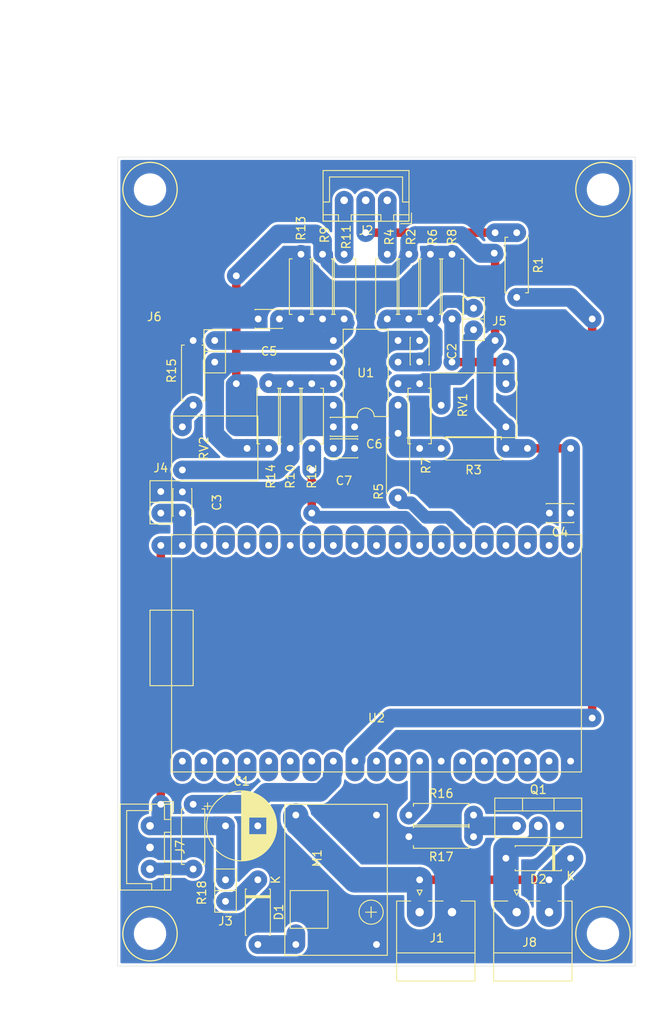
<source format=kicad_pcb>
(kicad_pcb (version 20171130) (host pcbnew "(5.1.6)-1")
  (layers (0 F.Cu signal) (31 B.Cu signal) (34 B.Paste user) (35 F.Paste user) (36 B.SilkS user) (37 F.SilkS user) (38 B.Mask user) (39 F.Mask user) (44 Edge.Cuts user))
  (net 0 "")
  (net 1 +5V)
  (net 2 GND)
  (net 3 +3V3)
  (net 4 "Net-(D1-Pad2)")
  (net 5 "Net-(D1-Pad1)")
  (net 6 PUMP+)
  (net 7 PUMP-)
  (net 8 DRIVE_ROD)
  (net 9 WS2812B)
  (net 10 "Net-(Q1-Pad1)")
  (net 11 S_DRIVE)
  (net 12 "Net-(R3-Pad2)")
  (net 13 "Net-(R8-Pad1)")
  (net 14 "Net-(R10-Pad2)")
  (net 15 "Net-(R15-Pad1)")
  (net 16 PUMP)
  (net 17 "Net-(U2-Pad2)")
  (net 18 "Net-(U2-Pad3)")
  (net 19 "Net-(U2-Pad4)")
  (net 20 "Net-(U2-Pad5)")
  (net 21 "Net-(U2-Pad7)")
  (net 22 "Net-(U2-Pad8)")
  (net 23 "Net-(U2-Pad13)")
  (net 24 "Net-(U2-Pad16)")
  (net 25 "Net-(U2-Pad17)")
  (net 26 "Net-(U2-Pad18)")
  (net 27 "Net-(U2-Pad21)")
  (net 28 "Net-(U2-Pad22)")
  (net 29 "Net-(U2-Pad23)")
  (net 30 "Net-(U2-Pad24)")
  (net 31 "Net-(U2-Pad25)")
  (net 32 "Net-(U2-Pad28)")
  (net 33 "Net-(U2-Pad29)")
  (net 34 "Net-(U2-Pad32)")
  (net 35 "Net-(U2-Pad33)")
  (net 36 "Net-(U2-Pad34)")
  (net 37 "Net-(U2-Pad36)")
  (net 38 "Net-(U2-Pad37)")
  (net 39 "Net-(U2-Pad38)")
  (net 40 "Net-(U2-Pad35)")
  (net 41 "Net-(U2-Pad11)")
  (net 42 "Net-(U2-Pad10)")
  (net 43 "Net-(U2-Pad15)")
  (net 44 "Net-(U2-Pad9)")
  (net 45 "Net-(J7-Pad3)")
  (net 46 INPUT_LOW)
  (net 47 INPUT_HIGH)
  (net 48 ROD_HIGH)
  (net 49 ROD_LOW)
  (net 50 THRESH_LOW)
  (net 51 THRESH_HIGH)
  (net 52 SENSOR_LOW)
  (net 53 SENSOR_HIGH)
  (module 0_my_footprints:myPinSocket_1x02 (layer F.Cu) (at 68.58 41.91 180)
    (fp_text reference J5 (at -3.048 1.016) (layer F.SilkS))
    (fp_text value TEST_LOW)
    (pad 2 thru_hole circle (at 0 2.54 180) (size 2.2 2.2) (drill 0.8) (layers *.Cu *.Mask) (net 46 INPUT_LOW))
    (pad 1 thru_hole circle (at 0 0 180) (size 2.2 2.2) (drill 0.8) (layers *.Cu *.Mask) (net 50 THRESH_LOW))
  )
  (module 0_my_footprints:myPinSocket_1x02 (layer F.Cu) (at 38.1 45.72 180)
    (fp_text reference J6 (at 7.112 5.334) (layer F.SilkS))
    (fp_text value TEST_HIGH)
    (pad 2 thru_hole circle (at 0 2.54 180) (size 2.2 2.2) (drill 0.8) (layers *.Cu *.Mask) (net 47 INPUT_HIGH))
    (pad 1 thru_hole circle (at 0 0 180) (size 2.2 2.2) (drill 0.8) (layers *.Cu *.Mask) (net 51 THRESH_HIGH))
  )
  (module 0_my_footprints:myPinSocket_1x02 (layer F.Cu) (at 31.75 60.96)
    (fp_text reference J4 (at 0 -2.77) (layer F.SilkS))
    (fp_text value "5V Test")
    (pad 2 thru_hole circle (at 0 2.54) (size 2.2 2.2) (drill 0.8) (layers *.Cu *.Mask) (net 1 +5V))
    (pad 1 thru_hole circle (at 0 0) (size 2.2 2.2) (drill 0.8) (layers *.Cu *.Mask) (net 2 GND))
  )
  (module 0_my_footprints:myMountingHole_3.2mm_M3 (layer F.Cu) (at 83.82 25.4 90)
    (fp_text reference REF**)
    (fp_text value myMountingHole_3.2mm_M3)
    (pad "" np_thru_hole circle (at 0 0 90) (size 3.2 3.2) (drill 3.2) (layers *.Cu *.Mask))
  )
  (module 0_my_footprints:myMountingHole_3.2mm_M3 (layer F.Cu) (at 83.82 113.03 90)
    (fp_text reference REF**)
    (fp_text value myMountingHole_3.2mm_M3)
    (pad "" np_thru_hole circle (at 0 0 90) (size 3.2 3.2) (drill 3.2) (layers *.Cu *.Mask))
  )
  (module 0_my_footprints:myMountingHole_3.2mm_M3 (layer F.Cu) (at 30.48 113.03 90)
    (fp_text reference REF**)
    (fp_text value myMountingHole_3.2mm_M3)
    (pad "" np_thru_hole circle (at 0 0 90) (size 3.2 3.2) (drill 3.2) (layers *.Cu *.Mask))
  )
  (module 0_my_footprints:myMountingHole_3.2mm_M3 (layer F.Cu) (at 30.48 25.4 90)
    (fp_text reference REF**)
    (fp_text value myMountingHole_3.2mm_M3)
    (pad "" np_thru_hole circle (at 0 0 90) (size 3.2 3.2) (drill 3.2) (layers *.Cu *.Mask))
  )
  (module 0_my_footprints:myResistor (layer F.Cu) (at 35.56 50.8 90)
    (fp_text reference R15 (at 4.064 -2.54 90) (layer F.SilkS))
    (fp_text value 4.7K)
    (pad 1 thru_hole circle (at 0 0 90) (size 2.2 2.2) (drill 0.8) (layers *.Cu *.Mask) (net 15 "Net-(R15-Pad1)"))
    (pad 2 thru_hole circle (at 7.62 0 90) (size 2.2 2.2) (drill 0.8) (layers *.Cu *.Mask) (net 2 GND))
  )
  (module 0_my_footprints2:CP_my100uf (layer F.Cu) (at 39.37 100.33)
    (fp_text reference C1 (at 1.9 -5.25) (layer F.SilkS))
    (fp_text value 100uf)
    (pad 1 thru_hole oval (at 0 0) (size 3.47 2.2) (drill 0.8 (offset -0.635 0)) (layers *.Cu *.Mask) (net 1 +5V))
    (pad 2 thru_hole oval (at 3.8 0) (size 3.47 2.2) (drill 0.8 (offset 0.535 0)) (layers *.Cu *.Mask) (net 2 GND))
  )
  (module 0_my_footprints:myCapCeramicSmall (layer F.Cu) (at 62.23 45.68 90)
    (fp_text reference C2 (at 1.23 3.81 90) (layer F.SilkS))
    (fp_text value 1uf)
    (pad 1 thru_hole circle (at 0 0 90) (size 2 2) (drill 0.8) (layers *.Cu *.Mask) (net 46 INPUT_LOW))
    (pad 2 thru_hole circle (at 2.5 0 90) (size 2 2) (drill 0.8) (layers *.Cu *.Mask) (net 2 GND))
  )
  (module 0_my_footprints:myCapCeramicSmall (layer F.Cu) (at 34.29 63.5 90)
    (fp_text reference C3 (at 1.25 4.064 90) (layer F.SilkS))
    (fp_text value 0.1uf)
    (pad 1 thru_hole circle (at 0 0 90) (size 2 2) (drill 0.8) (layers *.Cu *.Mask) (net 1 +5V))
    (pad 2 thru_hole circle (at 2.5 0 90) (size 2 2) (drill 0.8) (layers *.Cu *.Mask) (net 2 GND))
  )
  (module 0_my_footprints:myCapCeramicSmall (layer F.Cu) (at 80.01 63.5 180)
    (fp_text reference C4 (at 1.25 -2.25) (layer F.SilkS))
    (fp_text value 0.1uf)
    (pad 2 thru_hole circle (at 2.5 0 180) (size 2 2) (drill 0.8) (layers *.Cu *.Mask) (net 2 GND))
    (pad 1 thru_hole circle (at 0 0 180) (size 2 2) (drill 0.8) (layers *.Cu *.Mask) (net 3 +3V3))
  )
  (module 0_my_footprints:myCapCeramicSmall (layer F.Cu) (at 45.72 40.64 180)
    (fp_text reference C5 (at 1.23 -3.81) (layer F.SilkS))
    (fp_text value 1uf)
    (pad 2 thru_hole circle (at 2.5 0 180) (size 2 2) (drill 0.8) (layers *.Cu *.Mask) (net 2 GND))
    (pad 1 thru_hole circle (at 0 0 180) (size 2 2) (drill 0.8) (layers *.Cu *.Mask) (net 47 INPUT_HIGH))
  )
  (module 0_my_footprints:myCapCeramicSmall (layer F.Cu) (at 52.07 53.34)
    (fp_text reference C6 (at 4.826 2.032) (layer F.SilkS))
    (fp_text value 0.1uf)
    (pad 2 thru_hole circle (at 2.5 0) (size 2 2) (drill 0.8) (layers *.Cu *.Mask) (net 2 GND))
    (pad 1 thru_hole circle (at 0 0) (size 2 2) (drill 0.8) (layers *.Cu *.Mask) (net 3 +3V3))
  )
  (module 0_my_footprints:myCapCeramicSmall (layer F.Cu) (at 52.07 55.88)
    (fp_text reference C7 (at 1.25 3.81) (layer F.SilkS))
    (fp_text value 1uf)
    (pad 1 thru_hole circle (at 0 0) (size 2 2) (drill 0.8) (layers *.Cu *.Mask) (net 3 +3V3))
    (pad 2 thru_hole circle (at 2.5 0) (size 2 2) (drill 0.8) (layers *.Cu *.Mask) (net 2 GND))
  )
  (module 0_my_footprints:myDiodeSchotsky (layer F.Cu) (at 43.18 106.68 270)
    (fp_text reference D1 (at 3.81 -2.47 90) (layer F.SilkS))
    (fp_text value 1N4003)
    (fp_text user K (at 0 -2.1 90) (layer F.SilkS))
    (pad 2 thru_hole circle (at 7.62 0 270) (size 2.2 2.2) (drill 0.8) (layers *.Cu *.Mask) (net 4 "Net-(D1-Pad2)"))
    (pad 1 thru_hole circle (at 0 0 270) (size 2.2 2.2) (drill 0.8) (layers *.Cu *.Mask) (net 5 "Net-(D1-Pad1)"))
  )
  (module 0_my_footprints:myDiodeSchotsky (layer F.Cu) (at 80.01 104.14 180)
    (fp_text reference D2 (at 3.81 -2.47) (layer F.SilkS))
    (fp_text value 1N5818)
    (fp_text user K (at 0 -2.1) (layer F.SilkS))
    (pad 1 thru_hole circle (at 0 0 180) (size 2.2 2.2) (drill 0.8) (layers *.Cu *.Mask) (net 6 PUMP+))
    (pad 2 thru_hole circle (at 7.62 0 180) (size 2.2 2.2) (drill 0.8) (layers *.Cu *.Mask) (net 7 PUMP-))
  )
  (module 0_my_footprints:myPheonix2x3.81_right (layer F.Cu) (at 62.23 110.49)
    (fp_text reference J1 (at 2.032 3.048) (layer F.SilkS))
    (fp_text value "12 IN")
    (pad 2 thru_hole oval (at 3.81 0) (size 3 3.47) (drill 1) (layers *.Cu *.Mask) (net 2 GND))
    (pad 1 thru_hole oval (at 0 0) (size 3 3.47) (drill 1) (layers *.Cu *.Mask) (net 6 PUMP+))
  )
  (module 0_my_footprints:myJSTx03 (layer F.Cu) (at 58.42 26.67 180)
    (fp_text reference J2 (at 2.5 -3.55) (layer F.SilkS))
    (fp_text value SENSOR_ASSY)
    (pad 3 thru_hole circle (at 5.08 0 180) (size 2.2 2.2) (drill 0.9) (layers *.Cu *.Mask) (net 48 ROD_HIGH))
    (pad 2 thru_hole circle (at 2.54 0 180) (size 2.2 2.2) (drill 0.9) (layers *.Cu *.Mask) (net 8 DRIVE_ROD))
    (pad 1 thru_hole circle (at 0 0 180) (size 2.2 2.2) (drill 0.9) (layers *.Cu *.Mask) (net 49 ROD_LOW))
  )
  (module 0_my_footprints:myPinHeader_1x02 (layer F.Cu) (at 39.37 109.22 180)
    (fp_text reference J3 (at 0 -2.33) (layer F.SilkS))
    (fp_text value "5V Jump")
    (pad 1 thru_hole circle (at 0 0 180) (size 2.2 2.2) (drill 0.8) (layers *.Cu *.Mask) (net 5 "Net-(D1-Pad1)"))
    (pad 2 thru_hole circle (at 0 2.54 180) (size 2.2 2.2) (drill 0.8) (layers *.Cu *.Mask) (net 1 +5V))
  )
  (module 0_my_footprints:myJSTx03 (layer F.Cu) (at 30.48 100.33 270)
    (fp_text reference J7 (at 2.5 -3.55 90) (layer F.SilkS))
    (fp_text value WS2812_B)
    (pad 1 thru_hole circle (at 0 0 270) (size 2.2 2.2) (drill 0.9) (layers *.Cu *.Mask) (net 1 +5V))
    (pad 2 thru_hole circle (at 2.54 0 270) (size 2.2 2.2) (drill 0.9) (layers *.Cu *.Mask) (net 2 GND))
    (pad 3 thru_hole circle (at 5.08 0 270) (size 2.2 2.2) (drill 0.9) (layers *.Cu *.Mask) (net 45 "Net-(J7-Pad3)"))
  )
  (module 0_my_footprints:myPheonix2x3.81_right (layer F.Cu) (at 73.66 110.49)
    (fp_text reference J8 (at 1.524 3.556) (layer F.SilkS))
    (fp_text value PUMP)
    (pad 1 thru_hole oval (at 0 0) (size 3 3.47) (drill 1) (layers *.Cu *.Mask) (net 7 PUMP-))
    (pad 2 thru_hole oval (at 3.81 0) (size 3 3.47) (drill 1) (layers *.Cu *.Mask) (net 6 PUMP+))
  )
  (module 0_my_footprints2:buck-mini360 (layer F.Cu) (at 57.15 99.06 270)
    (fp_text reference M1 (at 5.08 6.985 90) (layer F.SilkS))
    (fp_text value BUCK01)
    (pad 1 thru_hole oval (at 0 0 270) (size 3.47 2.2) (drill 0.8 (offset 0.635 0)) (layers *.Cu *.Mask) (net 2 GND))
    (pad 2 thru_hole oval (at 15.24 0 270) (size 3.47 2.2) (drill 0.8 (offset -0.635 0)) (layers *.Cu *.Mask) (net 2 GND))
    (pad 3 thru_hole oval (at 15.24 9.5 270) (size 3.47 2.2) (drill 0.8 (offset -0.635 0)) (layers *.Cu *.Mask) (net 4 "Net-(D1-Pad2)"))
    (pad 4 thru_hole oval (at 0 9.5 270) (size 3.47 2.2) (drill 0.8 (offset 0.635 0)) (layers *.Cu *.Mask) (net 6 PUMP+))
  )
  (module 0_my_footprints:myThreeLegged (layer F.Cu) (at 73.66 100.33)
    (fp_text reference Q1 (at 2.54 -4.27) (layer F.SilkS))
    (fp_text value IRF520N)
    (pad 1 thru_hole circle (at 0 0) (size 2.2 2.2) (drill 1) (layers *.Cu *.Mask) (net 10 "Net-(Q1-Pad1)"))
    (pad 2 thru_hole circle (at 2.54 0) (size 2.2 2.2) (drill 1) (layers *.Cu *.Mask) (net 7 PUMP-))
    (pad 3 thru_hole circle (at 5.08 0) (size 2.2 2.2) (drill 1) (layers *.Cu *.Mask) (net 2 GND))
  )
  (module 0_my_footprints:myResistor (layer F.Cu) (at 73.66 30.48 270)
    (fp_text reference R1 (at 3.81 -2.54 90) (layer F.SilkS))
    (fp_text value 1K)
    (pad 1 thru_hole circle (at 0 0 270) (size 2.2 2.2) (drill 0.8) (layers *.Cu *.Mask) (net 8 DRIVE_ROD))
    (pad 2 thru_hole circle (at 7.62 0 270) (size 2.2 2.2) (drill 0.8) (layers *.Cu *.Mask) (net 11 S_DRIVE))
  )
  (module 0_my_footprints:myResistor (layer F.Cu) (at 60.96 33.02 270)
    (fp_text reference R2 (at -2.032 -0.254 90) (layer F.SilkS))
    (fp_text value 1M)
    (pad 1 thru_hole circle (at 0 0 270) (size 2.2 2.2) (drill 0.8) (layers *.Cu *.Mask) (net 3 +3V3))
    (pad 2 thru_hole circle (at 7.62 0 270) (size 2.2 2.2) (drill 0.8) (layers *.Cu *.Mask) (net 46 INPUT_LOW))
  )
  (module 0_my_footprints:myResistor (layer F.Cu) (at 72.39 55.88 180)
    (fp_text reference R3 (at 3.81 -2.54) (layer F.SilkS))
    (fp_text value 4.7K)
    (pad 1 thru_hole circle (at 0 0 180) (size 2.2 2.2) (drill 0.8) (layers *.Cu *.Mask) (net 3 +3V3))
    (pad 2 thru_hole circle (at 7.62 0 180) (size 2.2 2.2) (drill 0.8) (layers *.Cu *.Mask) (net 12 "Net-(R3-Pad2)"))
  )
  (module 0_my_footprints:myResistor (layer F.Cu) (at 58.42 33.02 270)
    (fp_text reference R4 (at -2.032 -0.254 90) (layer F.SilkS))
    (fp_text value 220)
    (pad 2 thru_hole circle (at 7.62 0 270) (size 2.2 2.2) (drill 0.8) (layers *.Cu *.Mask) (net 46 INPUT_LOW))
    (pad 1 thru_hole circle (at 0 0 270) (size 2.2 2.2) (drill 0.8) (layers *.Cu *.Mask) (net 49 ROD_LOW))
  )
  (module 0_my_footprints:myResistor (layer F.Cu) (at 59.69 54.102 270)
    (fp_text reference R5 (at 6.858 2.286 90) (layer F.SilkS))
    (fp_text value 100)
    (pad 2 thru_hole circle (at 7.62 0 270) (size 2.2 2.2) (drill 0.8) (layers *.Cu *.Mask) (net 52 SENSOR_LOW))
    (pad 1 thru_hole circle (at 0 0 270) (size 2.2 2.2) (drill 0.8) (layers *.Cu *.Mask) (net 12 "Net-(R3-Pad2)"))
  )
  (module 0_my_footprints:myResistor (layer F.Cu) (at 63.5 40.64 90)
    (fp_text reference R6 (at 9.652 0.254 90) (layer F.SilkS))
    (fp_text value 47K)
    (pad 2 thru_hole circle (at 7.62 0 90) (size 2.2 2.2) (drill 0.8) (layers *.Cu *.Mask) (net 2 GND))
    (pad 1 thru_hole circle (at 0 0 90) (size 2.2 2.2) (drill 0.8) (layers *.Cu *.Mask) (net 46 INPUT_LOW))
  )
  (module 0_my_footprints:myResistor (layer F.Cu) (at 62.23 48.26 270)
    (fp_text reference R7 (at 9.652 -0.762 90) (layer F.SilkS))
    (fp_text value 100K)
    (pad 1 thru_hole circle (at 0 0 270) (size 2.2 2.2) (drill 0.8) (layers *.Cu *.Mask) (net 50 THRESH_LOW))
    (pad 2 thru_hole circle (at 7.62 0 270) (size 2.2 2.2) (drill 0.8) (layers *.Cu *.Mask) (net 12 "Net-(R3-Pad2)"))
  )
  (module 0_my_footprints:myResistor (layer F.Cu) (at 66.04 40.64 90)
    (fp_text reference R8 (at 9.652 0 90) (layer F.SilkS))
    (fp_text value 4.7K)
    (pad 1 thru_hole circle (at 0 0 90) (size 2.2 2.2) (drill 0.8) (layers *.Cu *.Mask) (net 13 "Net-(R8-Pad1)"))
    (pad 2 thru_hole circle (at 7.62 0 90) (size 2.2 2.2) (drill 0.8) (layers *.Cu *.Mask) (net 2 GND))
  )
  (module 0_my_footprints:myResistor (layer F.Cu) (at 50.8 33.02 270)
    (fp_text reference R9 (at -2.286 -0.254 90) (layer F.SilkS))
    (fp_text value 1M)
    (pad 1 thru_hole circle (at 0 0 270) (size 2.2 2.2) (drill 0.8) (layers *.Cu *.Mask) (net 3 +3V3))
    (pad 2 thru_hole circle (at 7.62 0 270) (size 2.2 2.2) (drill 0.8) (layers *.Cu *.Mask) (net 47 INPUT_HIGH))
  )
  (module 0_my_footprints:myResistor (layer F.Cu) (at 46.99 55.88 90)
    (fp_text reference R10 (at -3.302 0 90) (layer F.SilkS))
    (fp_text value 4.7K)
    (pad 1 thru_hole circle (at 0 0 90) (size 2.2 2.2) (drill 0.8) (layers *.Cu *.Mask) (net 3 +3V3))
    (pad 2 thru_hole circle (at 7.62 0 90) (size 2.2 2.2) (drill 0.8) (layers *.Cu *.Mask) (net 14 "Net-(R10-Pad2)"))
  )
  (module 0_my_footprints:myResistor (layer F.Cu) (at 53.34 33.02 270)
    (fp_text reference R11 (at -2.032 -0.254 90) (layer F.SilkS))
    (fp_text value 220)
    (pad 2 thru_hole circle (at 7.62 0 270) (size 2.2 2.2) (drill 0.8) (layers *.Cu *.Mask) (net 47 INPUT_HIGH))
    (pad 1 thru_hole circle (at 0 0 270) (size 2.2 2.2) (drill 0.8) (layers *.Cu *.Mask) (net 48 ROD_HIGH))
  )
  (module 0_my_footprints:myResistor (layer F.Cu) (at 49.53 48.26 270)
    (fp_text reference R12 (at 10.922 0 90) (layer F.SilkS))
    (fp_text value 100)
    (pad 2 thru_hole circle (at 7.62 0 270) (size 2.2 2.2) (drill 0.8) (layers *.Cu *.Mask) (net 53 SENSOR_HIGH))
    (pad 1 thru_hole circle (at 0 0 270) (size 2.2 2.2) (drill 0.8) (layers *.Cu *.Mask) (net 14 "Net-(R10-Pad2)"))
  )
  (module 0_my_footprints:myResistor (layer F.Cu) (at 48.26 40.64 90)
    (fp_text reference R13 (at 10.668 0 90) (layer F.SilkS))
    (fp_text value 47K)
    (pad 2 thru_hole circle (at 7.62 0 90) (size 2.2 2.2) (drill 0.8) (layers *.Cu *.Mask) (net 2 GND))
    (pad 1 thru_hole circle (at 0 0 90) (size 2.2 2.2) (drill 0.8) (layers *.Cu *.Mask) (net 47 INPUT_HIGH))
  )
  (module 0_my_footprints:myResistor (layer F.Cu) (at 44.45 55.88 90)
    (fp_text reference R14 (at -3.302 0.254 90) (layer F.SilkS))
    (fp_text value 100K)
    (pad 2 thru_hole circle (at 7.62 0 90) (size 2.2 2.2) (drill 0.8) (layers *.Cu *.Mask) (net 14 "Net-(R10-Pad2)"))
    (pad 1 thru_hole circle (at 0 0 90) (size 2.2 2.2) (drill 0.8) (layers *.Cu *.Mask) (net 51 THRESH_HIGH))
  )
  (module 0_my_footprints:myResistor (layer F.Cu) (at 60.96 99.06)
    (fp_text reference R16 (at 3.81 -2.54) (layer F.SilkS))
    (fp_text value 220)
    (pad 2 thru_hole circle (at 7.62 0) (size 2.2 2.2) (drill 0.8) (layers *.Cu *.Mask) (net 10 "Net-(Q1-Pad1)"))
    (pad 1 thru_hole circle (at 0 0) (size 2.2 2.2) (drill 0.8) (layers *.Cu *.Mask) (net 16 PUMP))
  )
  (module 0_my_footprints:myResistor (layer F.Cu) (at 68.58 101.6 180)
    (fp_text reference R17 (at 3.81 -2.37) (layer F.SilkS))
    (fp_text value 10K)
    (pad 1 thru_hole circle (at 0 0 180) (size 2.2 2.2) (drill 0.8) (layers *.Cu *.Mask) (net 10 "Net-(Q1-Pad1)"))
    (pad 2 thru_hole circle (at 7.62 0 180) (size 2.2 2.2) (drill 0.8) (layers *.Cu *.Mask) (net 2 GND))
  )
  (module 0_my_footprints:myTrimPot (layer F.Cu) (at 72.39 50.8 90)
    (fp_text reference RV1 (at 0 -5.08 90) (layer F.SilkS))
    (fp_text value 100K)
    (pad 3 thru_hole circle (at 2.54 0 90) (size 2.2 2.2) (drill 0.8) (layers *.Cu *.Mask) (net 13 "Net-(R8-Pad1)"))
    (pad 2 thru_hole circle (at 0 -7.62 90) (size 2.2 2.2) (drill 0.8) (layers *.Cu *.Mask) (net 50 THRESH_LOW))
    (pad 1 thru_hole circle (at -2.54 0 90) (size 2.2 2.2) (drill 0.8) (layers *.Cu *.Mask) (net 3 +3V3))
  )
  (module 0_my_footprints:myTrimPot (layer F.Cu) (at 34.29 55.88 270)
    (fp_text reference RV2 (at 0 -2.54 90) (layer F.SilkS))
    (fp_text value 100K)
    (pad 1 thru_hole circle (at -2.54 0 270) (size 2.2 2.2) (drill 0.8) (layers *.Cu *.Mask) (net 15 "Net-(R15-Pad1)"))
    (pad 2 thru_hole circle (at 0 -7.62 270) (size 2.2 2.2) (drill 0.8) (layers *.Cu *.Mask) (net 51 THRESH_HIGH))
    (pad 3 thru_hole circle (at 2.54 0 270) (size 2.2 2.2) (drill 0.8) (layers *.Cu *.Mask) (net 3 +3V3))
  )
  (module Package_DIP:DIP-8_W7.62mm (layer F.Cu) (at 59.69 50.8 180)
    (fp_text reference U1 (at 3.81 3.81) (layer F.SilkS))
    (fp_text value LM393)
    (pad 1 thru_hole circle (at 0 0 180) (size 2 2) (drill 0.8) (layers *.Cu *.Mask) (net 12 "Net-(R3-Pad2)"))
    (pad 5 thru_hole circle (at 7.62 7.62 180) (size 2 2) (drill 0.8) (layers *.Cu *.Mask) (net 47 INPUT_HIGH))
    (pad 2 thru_hole circle (at 0 2.54 180) (size 2 2) (drill 0.8) (layers *.Cu *.Mask) (net 50 THRESH_LOW))
    (pad 6 thru_hole circle (at 7.62 5.08 180) (size 2 2) (drill 0.8) (layers *.Cu *.Mask) (net 51 THRESH_HIGH))
    (pad 3 thru_hole circle (at 0 5.08 180) (size 2 2) (drill 0.8) (layers *.Cu *.Mask) (net 46 INPUT_LOW))
    (pad 7 thru_hole circle (at 7.62 2.54 180) (size 2 2) (drill 0.8) (layers *.Cu *.Mask) (net 14 "Net-(R10-Pad2)"))
    (pad 4 thru_hole circle (at 0 7.62 180) (size 2 2) (drill 0.8) (layers *.Cu *.Mask) (net 2 GND))
    (pad 8 thru_hole circle (at 7.62 0 180) (size 2 2) (drill 0.8) (layers *.Cu *.Mask) (net 3 +3V3))
  )
  (module 0_my_footprints2:esp32_dev (layer F.Cu) (at 57.15 80.01)
    (fp_text reference U2 (at 0 7.62) (layer F.SilkS))
    (fp_text value ESP32_DEV)
    (pad 1 thru_hole oval (at -22.86 -12.7) (size 2.2 3.47) (drill 0.8 (offset 0 -0.635)) (layers *.Cu *.Mask) (net 1 +5V))
    (pad 2 thru_hole oval (at -20.32 -12.7) (size 2.2 3.47) (drill 0.8 (offset 0 -0.635)) (layers *.Cu *.Mask) (net 17 "Net-(U2-Pad2)"))
    (pad 3 thru_hole oval (at -17.78 -12.7) (size 2.2 3.47) (drill 0.8 (offset 0 -0.635)) (layers *.Cu *.Mask) (net 18 "Net-(U2-Pad3)"))
    (pad 4 thru_hole oval (at -15.24 -12.7) (size 2.2 3.47) (drill 0.8 (offset 0 -0.635)) (layers *.Cu *.Mask) (net 19 "Net-(U2-Pad4)"))
    (pad 5 thru_hole oval (at -12.7 -12.7) (size 2.2 3.47) (drill 0.8 (offset 0 -0.635)) (layers *.Cu *.Mask) (net 20 "Net-(U2-Pad5)"))
    (pad 6 thru_hole oval (at -10.16 -12.7) (size 2.2 3.47) (drill 0.8 (offset 0 -0.635)) (layers *.Cu *.Mask) (net 2 GND))
    (pad 7 thru_hole oval (at -7.62 -12.7) (size 2.2 3.47) (drill 0.8 (offset 0 -0.635)) (layers *.Cu *.Mask) (net 21 "Net-(U2-Pad7)"))
    (pad 8 thru_hole oval (at -5.08 -12.7) (size 2.2 3.47) (drill 0.8 (offset 0 -0.635)) (layers *.Cu *.Mask) (net 22 "Net-(U2-Pad8)"))
    (pad 9 thru_hole oval (at -2.54 -12.7) (size 2.2 3.47) (drill 0.8 (offset 0 -0.635)) (layers *.Cu *.Mask) (net 44 "Net-(U2-Pad9)"))
    (pad 10 thru_hole oval (at 0 -12.7) (size 2.2 3.47) (drill 0.8 (offset 0 -0.635)) (layers *.Cu *.Mask) (net 42 "Net-(U2-Pad10)"))
    (pad 11 thru_hole oval (at 2.54 -12.7) (size 2.2 3.47) (drill 0.8 (offset 0 -0.635)) (layers *.Cu *.Mask) (net 41 "Net-(U2-Pad11)"))
    (pad 12 thru_hole oval (at 5.08 -12.7) (size 2.2 3.47) (drill 0.8 (offset 0 -0.635)) (layers *.Cu *.Mask) (net 53 SENSOR_HIGH))
    (pad 13 thru_hole oval (at 7.62 -12.7) (size 2.2 3.47) (drill 0.8 (offset 0 -0.635)) (layers *.Cu *.Mask) (net 23 "Net-(U2-Pad13)"))
    (pad 14 thru_hole oval (at 10.16 -12.7) (size 2.2 3.47) (drill 0.8 (offset 0 -0.635)) (layers *.Cu *.Mask) (net 52 SENSOR_LOW))
    (pad 15 thru_hole oval (at 12.7 -12.7) (size 2.2 3.47) (drill 0.8 (offset 0 -0.635)) (layers *.Cu *.Mask) (net 43 "Net-(U2-Pad15)"))
    (pad 16 thru_hole oval (at 15.24 -12.7) (size 2.2 3.47) (drill 0.8 (offset 0 -0.635)) (layers *.Cu *.Mask) (net 24 "Net-(U2-Pad16)"))
    (pad 17 thru_hole oval (at 17.78 -12.7) (size 2.2 3.47) (drill 0.8 (offset 0 -0.635)) (layers *.Cu *.Mask) (net 25 "Net-(U2-Pad17)"))
    (pad 18 thru_hole oval (at 20.32 -12.7) (size 2.2 3.47) (drill 0.8 (offset 0 -0.635)) (layers *.Cu *.Mask) (net 26 "Net-(U2-Pad18)"))
    (pad 19 thru_hole oval (at 22.86 -12.7) (size 2.2 3.47) (drill 0.8 (offset 0 -0.635)) (layers *.Cu *.Mask) (net 3 +3V3))
    (pad 20 thru_hole oval (at 22.86 12.7) (size 2.2 3.47) (drill 0.8 (offset 0 0.635)) (layers *.Cu *.Mask) (net 2 GND))
    (pad 21 thru_hole oval (at 20.32 12.7) (size 2.2 3.47) (drill 0.8 (offset 0 0.635)) (layers *.Cu *.Mask) (net 27 "Net-(U2-Pad21)"))
    (pad 22 thru_hole oval (at 17.78 12.7) (size 2.2 3.47) (drill 0.8 (offset 0 0.635)) (layers *.Cu *.Mask) (net 28 "Net-(U2-Pad22)"))
    (pad 23 thru_hole oval (at 15.24 12.7) (size 2.2 3.47) (drill 0.8 (offset 0 0.635)) (layers *.Cu *.Mask) (net 29 "Net-(U2-Pad23)"))
    (pad 24 thru_hole oval (at 12.7 12.7) (size 2.2 3.47) (drill 0.8 (offset 0 0.635)) (layers *.Cu *.Mask) (net 30 "Net-(U2-Pad24)"))
    (pad 25 thru_hole oval (at 10.16 12.7) (size 2.2 3.47) (drill 0.8 (offset 0 0.635)) (layers *.Cu *.Mask) (net 31 "Net-(U2-Pad25)"))
    (pad 26 thru_hole oval (at 7.62 12.7) (size 2.2 3.47) (drill 0.8 (offset 0 0.635)) (layers *.Cu *.Mask) (net 2 GND))
    (pad 27 thru_hole oval (at 5.08 12.7) (size 2.2 3.47) (drill 0.8 (offset 0 0.635)) (layers *.Cu *.Mask) (net 16 PUMP))
    (pad 28 thru_hole oval (at 2.54 12.7) (size 2.2 3.47) (drill 0.8 (offset 0 0.635)) (layers *.Cu *.Mask) (net 32 "Net-(U2-Pad28)"))
    (pad 29 thru_hole oval (at 0 12.7) (size 2.2 3.47) (drill 0.8 (offset 0 0.635)) (layers *.Cu *.Mask) (net 33 "Net-(U2-Pad29)"))
    (pad 30 thru_hole oval (at -2.54 12.7) (size 2.2 3.47) (drill 0.8 (offset 0 0.635)) (layers *.Cu *.Mask) (net 11 S_DRIVE))
    (pad 31 thru_hole oval (at -5.08 12.7) (size 2.2 3.47) (drill 0.8 (offset 0 0.635)) (layers *.Cu *.Mask) (net 9 WS2812B))
    (pad 32 thru_hole oval (at -7.62 12.7) (size 2.2 3.47) (drill 0.8 (offset 0 0.635)) (layers *.Cu *.Mask) (net 34 "Net-(U2-Pad32)"))
    (pad 33 thru_hole oval (at -10.16 12.7) (size 2.2 3.47) (drill 0.8 (offset 0 0.635)) (layers *.Cu *.Mask) (net 35 "Net-(U2-Pad33)"))
    (pad 34 thru_hole oval (at -12.7 12.7) (size 2.2 3.47) (drill 0.8 (offset 0 0.635)) (layers *.Cu *.Mask) (net 36 "Net-(U2-Pad34)"))
    (pad 35 thru_hole oval (at -15.24 12.7) (size 2.2 3.47) (drill 0.8 (offset 0 0.635)) (layers *.Cu *.Mask) (net 40 "Net-(U2-Pad35)"))
    (pad 36 thru_hole oval (at -17.78 12.7) (size 2.2 3.47) (drill 0.8 (offset 0 0.635)) (layers *.Cu *.Mask) (net 37 "Net-(U2-Pad36)"))
    (pad 37 thru_hole oval (at -20.32 12.7) (size 2.2 3.47) (drill 0.8 (offset 0 0.635)) (layers *.Cu *.Mask) (net 38 "Net-(U2-Pad37)"))
    (pad 38 thru_hole oval (at -22.86 12.7) (size 2.2 3.47) (drill 0.8 (offset 0 0.635)) (layers *.Cu *.Mask) (net 39 "Net-(U2-Pad38)"))
  )
  (module 0_my_footprints:myResistor (layer F.Cu) (at 35.56 97.79 270)
    (fp_text reference R18 (at 10.414 -1.016 90) (layer F.SilkS))
    (fp_text value 330)
    (pad 1 thru_hole circle (at 0 0 270) (size 2.2 2.2) (drill 0.8) (layers *.Cu *.Mask) (net 9 WS2812B))
    (pad 2 thru_hole circle (at 7.62 0 270) (size 2.2 2.2) (drill 0.8) (layers *.Cu *.Mask) (net 45 "Net-(J7-Pad3)"))
  )
  (gr_line (start 26.67 21.59) (end 26.67 116.84) (layer Edge.Cuts) (width 0.05))
  (gr_line (start 87.63 21.59) (end 26.67 21.59) (layer Edge.Cuts) (width 0.05))
  (gr_line (start 87.63 116.84) (end 87.63 21.59) (layer Edge.Cuts) (width 0.05))
  (gr_line (start 26.67 116.84) (end 87.63 116.84) (layer Edge.Cuts) (width 0.05))
  (segment (start 34.29 63.5) (end 34.29 67.31) (width 2.2) (layer B.Cu) (net 1))
  (segment (start 34.29 67.31) (end 31.75 67.31) (width 2.2) (layer B.Cu) (net 1))
  (segment (start 39.37 106.68) (end 39.37 100.33) (width 2.2) (layer B.Cu) (net 1))
  (segment (start 31.75 67.31) (end 31.75 67.31) (width 2.2) (layer B.Cu) (net 1))
  (via (at 31.75 67.31) (size 2) (drill 0.8) (layers F.Cu B.Cu) (net 1))
  (via (at 31.75 97.79) (size 2) (drill 0.8) (layers F.Cu B.Cu) (net 1))
  (segment (start 31.75 63.5) (end 34.29 63.5) (width 2.2) (layer B.Cu) (net 1))
  (segment (start 38.1 100.33) (end 31.75 100.33) (width 2.2) (layer B.Cu) (net 1))
  (segment (start 31.75 97.79) (end 31.75 67.31) (width 1) (layer F.Cu) (net 1))
  (segment (start 31.75 97.79) (end 31.75 100.33) (width 2.2) (layer B.Cu) (net 1))
  (segment (start 30.48 100.33) (end 31.75 100.33) (width 2.2) (layer B.Cu) (net 1))
  (segment (start 67.669151 39.37) (end 68.58 39.37) (width 1.5) (layer B.Cu) (net 46))
  (segment (start 66.39 38.58999) (end 66.889141 38.58999) (width 1.5) (layer B.Cu) (net 46))
  (segment (start 66.889141 38.58999) (end 67.669151 39.37) (width 1.5) (layer B.Cu) (net 46))
  (segment (start 64.180001 44.693997) (end 64.089999 44.783999) (width 1.5) (layer B.Cu) (net 46))
  (segment (start 64.089999 44.783999) (end 64.089999 45.72) (width 1.5) (layer B.Cu) (net 46))
  (segment (start 62.616002 45.68) (end 62.656002 45.72) (width 2.2) (layer B.Cu) (net 46))
  (segment (start 62.23 45.68) (end 62.616002 45.68) (width 2.2) (layer B.Cu) (net 46))
  (segment (start 62.656002 45.72) (end 63.739999 45.72) (width 2.2) (layer B.Cu) (net 46))
  (segment (start 65.190859 38.58999) (end 63.98999 39.790859) (width 1.5) (layer B.Cu) (net 46))
  (segment (start 63.98999 39.790859) (end 63.98999 40.64) (width 1.5) (layer B.Cu) (net 46))
  (segment (start 66.39 38.58999) (end 65.190859 38.58999) (width 1.5) (layer B.Cu) (net 46))
  (segment (start 62.576002 45.72) (end 62.23 45.72) (width 1.5) (layer B.Cu) (net 46))
  (segment (start 63.5 41.563998) (end 64.180001 42.243999) (width 1.5) (layer B.Cu) (net 46))
  (segment (start 63.5 40.64) (end 63.5 41.563998) (width 1.5) (layer B.Cu) (net 46))
  (segment (start 64.180001 44.116001) (end 62.576002 45.72) (width 1.5) (layer B.Cu) (net 46))
  (segment (start 62.515634 40.64) (end 60.96 40.64) (width 1.5) (layer B.Cu) (net 46))
  (segment (start 62.66001 40.495624) (end 62.515634 40.64) (width 1.5) (layer B.Cu) (net 46))
  (segment (start 59.343998 45.72) (end 59.69 45.72) (width 1.5) (layer B.Cu) (net 46))
  (segment (start 59.69 45.72) (end 62.23 45.72) (width 2.2) (layer B.Cu) (net 46))
  (segment (start 58.42 40.64) (end 57.930001 41.129999) (width 1.5) (layer B.Cu) (net 46))
  (segment (start 58.42 40.64) (end 63.5 40.64) (width 2.2) (layer B.Cu) (net 46))
  (segment (start 64.180001 44.116001) (end 64.180001 44.693997) (width 1.5) (layer B.Cu) (net 46))
  (segment (start 64.180001 42.243999) (end 64.180001 44.116001) (width 1.5) (layer B.Cu) (net 46))
  (segment (start 52.07 50.8) (end 52.07 55.88) (width 2.2) (layer B.Cu) (net 3))
  (segment (start 51.289999 34.004001) (end 51.289999 33.02) (width 1.5) (layer B.Cu) (net 3))
  (segment (start 60.96 33.02) (end 60.47001 33.50999) (width 1.5) (layer B.Cu) (net 3))
  (segment (start 59.269141 35.07001) (end 52.356008 35.07001) (width 1.5) (layer B.Cu) (net 3))
  (segment (start 52.356008 35.07001) (end 51.289999 34.004001) (width 1.5) (layer B.Cu) (net 3))
  (segment (start 60.47001 33.50999) (end 60.47001 33.869141) (width 1.5) (layer B.Cu) (net 3))
  (segment (start 60.47001 33.869141) (end 59.269141 35.07001) (width 1.5) (layer B.Cu) (net 3))
  (segment (start 48.517998 53.34) (end 46.99 54.867998) (width 2.2) (layer B.Cu) (net 3))
  (segment (start 52.07 53.34) (end 48.517998 53.34) (width 2.2) (layer B.Cu) (net 3))
  (segment (start 46.99 56.892002) (end 45.462002 58.42) (width 2.2) (layer B.Cu) (net 3))
  (segment (start 46.99 54.867998) (end 46.99 56.892002) (width 2.2) (layer B.Cu) (net 3))
  (segment (start 45.462002 58.42) (end 34.29 58.42) (width 2.2) (layer B.Cu) (net 3))
  (segment (start 40.64 53.34) (end 48.517998 53.34) (width 2.2) (layer B.Cu) (net 3))
  (segment (start 40.50001 53.20001) (end 40.64 53.34) (width 2.2) (layer B.Cu) (net 3))
  (segment (start 41.63002 52.07) (end 40.50001 53.20001) (width 2.2) (layer B.Cu) (net 3))
  (segment (start 50.8 52.07) (end 52.07 53.34) (width 2.2) (layer B.Cu) (net 3))
  (segment (start 46.99 52.07) (end 50.8 52.07) (width 2.2) (layer B.Cu) (net 3))
  (segment (start 46.99 52.07) (end 41.63002 52.07) (width 2.2) (layer B.Cu) (net 3))
  (segment (start 48.53998 52.07) (end 46.99 52.07) (width 2.2) (layer B.Cu) (net 3))
  (segment (start 40.50001 53.20001) (end 40.50001 48.39999) (width 2.2) (layer B.Cu) (net 3))
  (segment (start 41.91 50.8) (end 52.07 50.8) (width 2.2) (layer B.Cu) (net 3))
  (segment (start 40.50001 48.39999) (end 40.64 48.26) (width 2.2) (layer B.Cu) (net 3))
  (segment (start 42.049991 48.26) (end 42.049991 50.660009) (width 2.2) (layer B.Cu) (net 3))
  (segment (start 40.64 48.26) (end 42.049991 48.26) (width 2.2) (layer B.Cu) (net 3))
  (segment (start 42.049991 50.660009) (end 41.91 50.8) (width 2.2) (layer B.Cu) (net 3))
  (segment (start 40.64 48.26) (end 40.64 48.26) (width 2.2) (layer B.Cu) (net 3))
  (via (at 40.64 48.26) (size 2) (drill 0.8) (layers F.Cu B.Cu) (net 3))
  (segment (start 49.955633 30.619999) (end 45.580001 30.619999) (width 2.2) (layer B.Cu) (net 3))
  (segment (start 50.8 33.02) (end 50.8 31.464366) (width 2.2) (layer B.Cu) (net 3))
  (segment (start 50.8 31.464366) (end 49.955633 30.619999) (width 2.2) (layer B.Cu) (net 3))
  (segment (start 45.580001 30.619999) (end 40.64 35.56) (width 2.2) (layer B.Cu) (net 3))
  (segment (start 40.64 35.56) (end 40.64 35.56) (width 2.2) (layer B.Cu) (net 3))
  (via (at 40.64 35.56) (size 2) (drill 0.8) (layers F.Cu B.Cu) (net 3))
  (segment (start 40.64 48.26) (end 40.64 35.56) (width 1) (layer F.Cu) (net 3))
  (segment (start 72.39 53.34) (end 69.940011 50.890011) (width 2) (layer B.Cu) (net 3))
  (segment (start 69.940011 50.890011) (end 69.940011 44.359989) (width 2) (layer B.Cu) (net 3))
  (segment (start 61.704367 30.719999) (end 67.144001 30.719999) (width 2) (layer B.Cu) (net 3))
  (segment (start 60.96 33.02) (end 60.96 31.464366) (width 2) (layer B.Cu) (net 3))
  (segment (start 60.96 31.464366) (end 61.704367 30.719999) (width 2) (layer B.Cu) (net 3))
  (segment (start 69.940011 44.359989) (end 71.12 43.18) (width 2) (layer B.Cu) (net 3))
  (segment (start 69.444002 33.02) (end 71.12 33.02) (width 2) (layer B.Cu) (net 3))
  (segment (start 71.12 43.18) (end 71.12 43.18) (width 2) (layer B.Cu) (net 3))
  (via (at 71.12 43.18) (size 2) (drill 0.8) (layers F.Cu B.Cu) (net 3))
  (segment (start 71.12 33.02) (end 71.12 33.02) (width 2) (layer B.Cu) (net 3))
  (via (at 71.0184 32.893) (size 2) (drill 0.8) (layers F.Cu B.Cu) (net 3))
  (segment (start 71.12 43.18) (end 71.12 33.02) (width 1) (layer F.Cu) (net 3))
  (segment (start 80.01 67.31) (end 80.01 55.88) (width 2.2) (layer B.Cu) (net 3))
  (segment (start 72.39 53.34) (end 72.39 55.88) (width 2.2) (layer B.Cu) (net 3))
  (segment (start 72.39 55.88) (end 74.93 55.88) (width 2.2) (layer B.Cu) (net 3))
  (segment (start 74.93 55.88) (end 74.93 55.88) (width 2.2) (layer B.Cu) (net 3))
  (via (at 74.93 55.88) (size 2) (drill 0.8) (layers F.Cu B.Cu) (net 3))
  (segment (start 80.01 55.88) (end 80.01 55.88) (width 2.2) (layer B.Cu) (net 3))
  (via (at 80.01 55.88) (size 2) (drill 0.8) (layers F.Cu B.Cu) (net 3))
  (segment (start 74.93 55.88) (end 80.01 55.88) (width 1) (layer F.Cu) (net 3))
  (segment (start 68.326201 31.902199) (end 69.204012 32.78001) (width 2) (layer B.Cu) (net 3))
  (segment (start 68.326201 31.902199) (end 69.444002 33.02) (width 2) (layer B.Cu) (net 3))
  (segment (start 69.204012 32.78001) (end 71.0692 32.78001) (width 2) (layer B.Cu) (net 3))
  (segment (start 67.144001 30.719999) (end 68.326201 31.902199) (width 2) (layer B.Cu) (net 3))
  (segment (start 52.07 40.64) (end 53.34 40.64) (width 2.2) (layer B.Cu) (net 47))
  (segment (start 49.53 40.64) (end 52.07 40.64) (width 2.2) (layer B.Cu) (net 47))
  (segment (start 48.26 40.64) (end 49.53 40.64) (width 2.2) (layer B.Cu) (net 47))
  (segment (start 52.07 43.18) (end 52.07 40.64) (width 2.2) (layer B.Cu) (net 47))
  (segment (start 53.34 40.64) (end 53.829999 41.129999) (width 1.5) (layer B.Cu) (net 47))
  (segment (start 52.07 43.18) (end 38.1 43.18) (width 2.2) (layer B.Cu) (net 47))
  (segment (start 45.72 40.64) (end 48.26 40.64) (width 2.2) (layer B.Cu) (net 47))
  (segment (start 45.72 40.64) (end 45.72 41.91) (width 2.2) (layer B.Cu) (net 47))
  (segment (start 50.8 40.64) (end 49.53 41.91) (width 2.2) (layer B.Cu) (net 47))
  (segment (start 49.53 41.91) (end 46.99 41.91) (width 2.2) (layer B.Cu) (net 47))
  (segment (start 53.34 40.64) (end 53.34 41.91) (width 2.2) (layer B.Cu) (net 47))
  (segment (start 53.34 41.91) (end 52.07 43.18) (width 2.2) (layer B.Cu) (net 47))
  (segment (start 47.65 114.3) (end 43.18 114.3) (width 2.2) (layer B.Cu) (net 4))
  (segment (start 43.18 106.68) (end 40.64 109.22) (width 2.2) (layer B.Cu) (net 5))
  (segment (start 40.64 109.22) (end 39.37 109.22) (width 2.2) (layer B.Cu) (net 5))
  (segment (start 54.61 106.68) (end 58.42 106.68) (width 3) (layer B.Cu) (net 6))
  (segment (start 80.01 104.14) (end 77.47 106.68) (width 3) (layer B.Cu) (net 6))
  (segment (start 58.42 106.68) (end 62.23 106.68) (width 3) (layer B.Cu) (net 6))
  (segment (start 62.23 106.68) (end 62.23 106.68) (width 3) (layer B.Cu) (net 6))
  (via (at 62.23 106.68) (size 2) (drill 0.8) (layers F.Cu B.Cu) (net 6))
  (segment (start 77.47 106.68) (end 77.47 106.68) (width 3) (layer B.Cu) (net 6))
  (via (at 77.47 106.68) (size 2) (drill 0.8) (layers F.Cu B.Cu) (net 6))
  (segment (start 62.23 106.68) (end 77.47 106.68) (width 1) (layer F.Cu) (net 6))
  (segment (start 62.23 106.68) (end 62.23 110.49) (width 3) (layer B.Cu) (net 6))
  (segment (start 77.47 106.68) (end 77.47 110.49) (width 3) (layer B.Cu) (net 6))
  (segment (start 49.5046 101.5746) (end 54.61 106.68) (width 3) (layer B.Cu) (net 6))
  (segment (start 48.26 100.33) (end 49.5046 101.5746) (width 3) (layer B.Cu) (net 6))
  (segment (start 47.6504 99.568) (end 47.6504 99.18002) (width 3) (layer B.Cu) (net 6))
  (segment (start 76.2 101.885634) (end 75.215634 102.87) (width 2.2) (layer B.Cu) (net 7))
  (segment (start 76.2 100.33) (end 76.2 101.885634) (width 2.2) (layer B.Cu) (net 7))
  (segment (start 75.215634 102.87) (end 72.39 102.87) (width 2.2) (layer B.Cu) (net 7))
  (segment (start 73.66 110.49) (end 72.39 109.22) (width 3) (layer B.Cu) (net 7))
  (segment (start 72.39 109.22) (end 72.39 103.13001) (width 3) (layer B.Cu) (net 7))
  (segment (start 53.34 26.67) (end 53.34 33.02) (width 2.2) (layer B.Cu) (net 48))
  (via (at 55.88 30.48) (size 2) (drill 0.8) (layers F.Cu B.Cu) (net 8))
  (segment (start 55.88 26.67) (end 55.88 30.48) (width 2.2) (layer B.Cu) (net 8))
  (segment (start 55.672063 30.687937) (end 55.88 30.48) (width 1) (layer F.Cu) (net 8))
  (segment (start 73.66 30.48) (end 71.12 30.48) (width 2.2) (layer B.Cu) (net 8))
  (segment (start 71.12 30.48) (end 71.12 30.48) (width 2.2) (layer B.Cu) (net 8))
  (via (at 71.12 30.48) (size 2) (drill 0.8) (layers F.Cu B.Cu) (net 8))
  (segment (start 55.88 30.48) (end 71.12 30.48) (width 1) (layer F.Cu) (net 8))
  (segment (start 58.42 26.67) (end 58.42 33.02) (width 2.2) (layer B.Cu) (net 49))
  (segment (start 68.58 41.91) (end 68.58 42.409982) (width 1.5) (layer B.Cu) (net 50))
  (segment (start 68.58 42.409982) (end 67.990001 42.999981) (width 1.5) (layer B.Cu) (net 50))
  (segment (start 62.23 48.26) (end 62.71999 47.77001) (width 1.5) (layer B.Cu) (net 50))
  (segment (start 64.58914 47.77001) (end 64.689149 47.670001) (width 1.5) (layer B.Cu) (net 50))
  (segment (start 62.71999 47.77001) (end 64.58914 47.77001) (width 1.5) (layer B.Cu) (net 50))
  (segment (start 64.689149 47.670001) (end 65.359999 47.670001) (width 1.5) (layer B.Cu) (net 50))
  (segment (start 63.5 48.26) (end 64.77 48.26) (width 1.5) (layer B.Cu) (net 50))
  (segment (start 67.990001 46.656001) (end 67.990001 42.999981) (width 1.5) (layer B.Cu) (net 50))
  (segment (start 66.976001 47.670001) (end 67.990001 46.656001) (width 1.5) (layer B.Cu) (net 50))
  (segment (start 59.69 48.26) (end 62.23 48.26) (width 2.2) (layer B.Cu) (net 50))
  (segment (start 65.359999 47.670001) (end 66.976001 47.670001) (width 1.5) (layer B.Cu) (net 50))
  (segment (start 64.77 48.26) (end 65.359999 47.670001) (width 1.5) (layer B.Cu) (net 50))
  (segment (start 62.23 48.26) (end 63.5 48.26) (width 2.2) (layer B.Cu) (net 50))
  (segment (start 64.77 48.26) (end 64.77 50.8) (width 2.2) (layer B.Cu) (net 50))
  (segment (start 40.64 55.88) (end 44.45 55.88) (width 2.2) (layer B.Cu) (net 51))
  (segment (start 39.785874 55.88) (end 40.64 55.88) (width 2.2) (layer B.Cu) (net 51))
  (segment (start 38.100001 54.194127) (end 39.785874 55.88) (width 2.2) (layer B.Cu) (net 51))
  (segment (start 38.100001 47.405873) (end 38.100001 48.259999) (width 2.2) (layer B.Cu) (net 51))
  (segment (start 40.50001 45.85999) (end 39.645883 45.859991) (width 2.2) (layer B.Cu) (net 51))
  (segment (start 40.64 45.72) (end 40.50001 45.85999) (width 2.2) (layer B.Cu) (net 51))
  (segment (start 39.645883 45.859991) (end 38.100001 47.405873) (width 2.2) (layer B.Cu) (net 51))
  (segment (start 52.07 45.72) (end 40.64 45.72) (width 2.2) (layer B.Cu) (net 51))
  (segment (start 40.64 45.72) (end 38.1 45.72) (width 2.2) (layer B.Cu) (net 51))
  (segment (start 38.100001 48.259999) (end 38.100001 54.194127) (width 2.2) (layer B.Cu) (net 51))
  (segment (start 38.1 45.72) (end 38.100001 48.259999) (width 2.2) (layer B.Cu) (net 51))
  (segment (start 52.07 94.339151) (end 52.07 93.98) (width 1.5) (layer B.Cu) (net 9))
  (segment (start 35.56 97.79) (end 39.9542 97.79) (width 2.2) (layer B.Cu) (net 9))
  (segment (start 42.7736 97.79) (end 44.18359 96.38001) (width 2.2) (layer B.Cu) (net 9))
  (segment (start 39.9542 97.79) (end 42.7736 97.79) (width 2.2) (layer B.Cu) (net 9))
  (segment (start 50.524116 96.38001) (end 51.93001 94.974116) (width 2.2) (layer B.Cu) (net 9))
  (segment (start 44.18359 96.38001) (end 50.524116 96.38001) (width 2.2) (layer B.Cu) (net 9))
  (segment (start 51.93001 94.974116) (end 51.93001 94.3102) (width 2.2) (layer B.Cu) (net 9))
  (segment (start 73.66 100.33) (end 68.58 100.33) (width 2.2) (layer B.Cu) (net 10))
  (segment (start 68.58 99.06) (end 68.58 100.33) (width 2.2) (layer B.Cu) (net 10))
  (segment (start 68.58 100.33) (end 68.58 101.6) (width 2.2) (layer B.Cu) (net 10))
  (segment (start 54.61 92.71) (end 54.74999 92.57001) (width 2.2) (layer B.Cu) (net 11))
  (segment (start 54.74999 92.57001) (end 54.74999 91.715884) (width 2.2) (layer B.Cu) (net 11))
  (segment (start 73.66 38.1) (end 80.01 38.1) (width 2.2) (layer B.Cu) (net 11))
  (segment (start 80.01 38.1) (end 82.55 40.64) (width 2.2) (layer B.Cu) (net 11))
  (segment (start 82.55 40.64) (end 82.55 40.64) (width 2.2) (layer B.Cu) (net 11))
  (via (at 82.55 40.64) (size 2) (drill 0.8) (layers F.Cu B.Cu) (net 11))
  (via (at 82.55 87.63) (size 2) (drill 0.8) (layers F.Cu B.Cu) (net 11))
  (segment (start 54.61 91.855874) (end 58.835874 87.63) (width 2.2) (layer B.Cu) (net 11))
  (segment (start 54.61 92.71) (end 54.61 91.855874) (width 2.2) (layer B.Cu) (net 11))
  (segment (start 58.835874 87.63) (end 82.55 87.63) (width 2.2) (layer B.Cu) (net 11))
  (segment (start 82.55 87.63) (end 82.55 40.64) (width 1) (layer F.Cu) (net 11))
  (segment (start 59.69 55.88) (end 64.77 55.88) (width 2.2) (layer B.Cu) (net 12))
  (segment (start 59.69 55.88) (end 59.69 50.8) (width 2.2) (layer B.Cu) (net 12))
  (segment (start 67.31 67.31) (end 67.31 65.680849) (width 1.5) (layer B.Cu) (net 52))
  (segment (start 65.619141 63.98999) (end 63.079141 63.98999) (width 1.5) (layer B.Cu) (net 52))
  (segment (start 67.31 65.680849) (end 65.619141 63.98999) (width 1.5) (layer B.Cu) (net 52))
  (segment (start 62.943318 63.98999) (end 61.243308 62.28998) (width 1.5) (layer B.Cu) (net 52))
  (segment (start 63.079141 63.98999) (end 62.943318 63.98999) (width 1.5) (layer B.Cu) (net 52))
  (segment (start 61.243308 62.28998) (end 60.00398 62.28998) (width 1.5) (layer B.Cu) (net 52))
  (segment (start 66.04 45.72) (end 72.39 45.72) (width 1) (layer F.Cu) (net 13))
  (segment (start 72.3138 48.26) (end 72.3138 45.72) (width 2.2) (layer B.Cu) (net 13))
  (segment (start 66.04 45.72) (end 66.04 45.72) (width 1.5) (layer B.Cu) (net 13))
  (via (at 72.39 45.72) (size 2) (drill 0.8) (layers F.Cu B.Cu) (net 13))
  (via (at 66.04 45.72) (size 2) (drill 0.8) (layers F.Cu B.Cu) (net 13))
  (segment (start 66.04 40.64) (end 66.04 45.72) (width 1.8) (layer B.Cu) (net 13))
  (segment (start 52.07 48.26) (end 44.58999 48.26) (width 2.2) (layer B.Cu) (net 14))
  (segment (start 44.58999 48.26) (end 44.45 48.12001) (width 2.2) (layer B.Cu) (net 14))
  (segment (start 49.53 55.88) (end 49.53 58.42) (width 2.2) (layer B.Cu) (net 53))
  (via (at 49.53 58.42) (size 2) (drill 0.8) (layers F.Cu B.Cu) (net 53))
  (segment (start 49.53 58.42) (end 49.53 58.42) (width 2.2) (layer B.Cu) (net 53))
  (segment (start 49.53 63.5) (end 49.53 63.5) (width 1.5) (layer B.Cu) (net 53))
  (via (at 49.53 63.5) (size 2) (drill 0.8) (layers F.Cu B.Cu) (net 53))
  (segment (start 49.53 63.5) (end 49.53 58.42) (width 1) (layer F.Cu) (net 53))
  (segment (start 60.539141 63.98999) (end 62.23 65.680849) (width 1.5) (layer B.Cu) (net 53))
  (segment (start 62.23 65.680849) (end 62.23 67.31) (width 1.5) (layer B.Cu) (net 53))
  (segment (start 49.53 63.5) (end 50.01999 63.98999) (width 1.5) (layer B.Cu) (net 53))
  (segment (start 50.01999 63.98999) (end 60.539141 63.98999) (width 1.5) (layer B.Cu) (net 53))
  (segment (start 34.29 53.34) (end 34.29 52.07) (width 2.2) (layer B.Cu) (net 15))
  (segment (start 34.29 52.07) (end 35.56 50.8) (width 2.2) (layer B.Cu) (net 15))
  (segment (start 62.23 92.71) (end 62.23 97.79) (width 2.2) (layer B.Cu) (net 16))
  (segment (start 62.23 97.79) (end 60.96 99.06) (width 2.2) (layer B.Cu) (net 16))
  (segment (start 30.48 105.41) (end 35.56 105.41) (width 1.5) (layer B.Cu) (net 45))
  (zone (net 2) (net_name GND) (layer B.Cu) (connect_pads yes (clearance 0.3)) (min_thickness 0.25) (fill yes (arc_segments 32) (thermal_gap 0.508) (thermal_bridge_width 0.508))
    (polygon (pts (xy 88.9 17.78) (xy 88.9 119.38) (xy 25.4 119.38) (xy 25.4 17.78)))
  )
)
</source>
